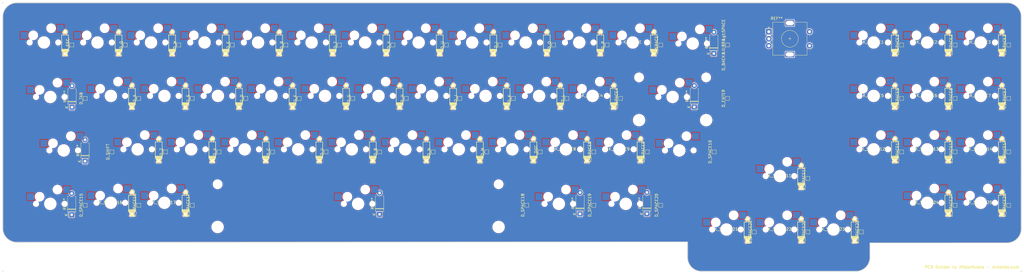
<source format=kicad_pcb>
(kicad_pcb (version 20221018) (generator pcbnew)
  (layers (0 "F.Cu" signal) (31 "B.Cu" signal) (34 "B.Paste" user) (35 "F.Paste" user) (36 "B.SilkS" user "B.Silkscreen") (37 "F.SilkS" user "F.Silkscreen") (38 "B.Mask" user) (39 "F.Mask" user) (44 "Edge.Cuts" user))
  (net 0 "")
  (net 1 "GND")
  (net 2 "VCC")
  (footprint "TestPoint:TestPoint_Pad_1.0x1.0mm" (layer "F.Cu") (at 167.87 238.12 90)
    (fp_text reference "D_SPACE16")
    (fp_text value "D")
  )
  (footprint "MX_Alps_Hybrid-master:hotswap with diode" (layer "F.Cu") (at 291.195 199.52)
    (fp_text reference "K_K")
    (fp_text value "KEYSW")
  )
  (footprint "Diode_THT:D_A-405_P7.62mm_Horizontal" (layer "F.Cu") (at 144.02 241.52 90)
    (fp_text reference "REF**")
    (fp_text value "D_A-405_P7.62mm_Horizontal")
  )
  (footprint "Diode_THT:D_A-405_P7.62mm_Horizontal" (layer "F.Cu") (at 148.78 222.41 90)
    (fp_text reference "REF**")
    (fp_text value "D_A-405_P7.62mm_Horizontal")
  )
  (footprint "TestPoint:TestPoint_Pad_1.0x1.0mm" (layer "F.Cu") (at 334.5575 180.97 90)
    (fp_text reference "D_P")
    (fp_text value "D")
  )
  (footprint "TestPoint:TestPoint_Pad_1.0x1.0mm" (layer "F.Cu") (at 386.945 247.645 90)
    (fp_text reference "D_SPACE21")
    (fp_text value "D")
  )
  (footprint "MX_Alps_Hybrid-master:hotswap with diode" (layer "F.Cu") (at 310.245 199.52)
    (fp_text reference "K_L")
    (fp_text value "KEYSW")
  )
  (footprint "TestPoint:TestPoint_Pad_1.0x1.0mm" (layer "F.Cu") (at 272.645 219.07 90)
    (fp_text reference "D_N")
    (fp_text value "D")
  )
  (footprint "TestPoint:TestPoint_Pad_1.0x1.0mm" (layer "F.Cu") (at 310.745 219.07 90)
    (fp_text reference "D_DOT")
    (fp_text value "D")
  )
  (footprint "TestPoint:TestPoint_Pad_1.0x1.0mm" (layer "F.Cu") (at 329.795 219.07 90)
    (fp_text reference "D_SPACE8")
    (fp_text value "D")
  )
  (footprint "MX_Alps_Hybrid-master:hotswap with diode" (layer "F.Cu") (at 448.3575 180.47)
    (fp_text reference "K_SPACE2")
    (fp_text value "KEYSW")
  )
  (footprint "TestPoint:TestPoint_Pad_1.0x1.0mm" (layer "F.Cu") (at 205.97 200.02 90)
    (fp_text reference "D_D")
    (fp_text value "D")
  )
  (footprint "TestPoint:TestPoint_Pad_1.0x1.0mm" (layer "F.Cu") (at 239.3075 180.97 90)
    (fp_text reference "D_T")
    (fp_text value "D")
  )
  (footprint "MX_Alps_Hybrid-master:hotswap with diode" (layer "F.Cu") (at 429.3075 218.57)
    (fp_text reference "K_SPACE12")
    (fp_text value "KEYSW")
  )
  (footprint "MX_Alps_Hybrid-master:hotswap with diode" (layer "F.Cu") (at 153.0825 180.47)
    (fp_text reference "K_Q")
    (fp_text value "KEYSW")
  )
  (footprint "MX_Alps_Hybrid-master:hotswap with diode" (layer "F.Cu") (at 172.1325 180.47)
    (fp_text reference "K_W")
    (fp_text value "KEYSW")
  )
  (footprint "Diode_THT:D_A-405_P7.62mm_Horizontal" (layer "F.Cu") (at 348.73 241.16 90)
    (fp_text reference "REF**")
    (fp_text value "D_A-405_P7.62mm_Horizontal")
  )
  (footprint "TestPoint:TestPoint_Pad_1.0x1.0mm" (layer "F.Cu") (at 372.6575 219.07 90)
    (fp_text reference "D_SPACE10")
    (fp_text value "D")
  )
  (footprint "MX_Alps_Hybrid-master:MXOnly-1.75U-Hotswap" (layer "F.Cu") (at 141.17625 218.57)
    (fp_text reference "K_SHIFT")
    (fp_text value "KEYSW")
  )
  (footprint "MX_Alps_Hybrid-master:hotswap with diode" (layer "F.Cu") (at 157.845 237.62)
    (fp_text reference "K_SPACE16")
    (fp_text value "KEYSW")
  )
  (footprint "MX_Alps_Hybrid-master:hotswap with diode" (layer "F.Cu") (at 176.895 199.52)
    (fp_text reference "K_S")
    (fp_text value "KEYSW")
  )
  (footprint "TestPoint:TestPoint_Pad_1.0x1.0mm" (layer "F.Cu") (at 458.3825 219.07 90)
    (fp_text reference "D_SPACE13")
    (fp_text value "D")
  )
  (footprint "MX_Alps_Hybrid-master:hotswap with diode" (layer "F.Cu") (at 467.4075 237.62)
    (fp_text reference "K_SPACE25")
    (fp_text value "KEYSW")
  )
  (footprint "MX_Alps_Hybrid-master:hotswap with diode" (layer "F.Cu") (at 467.4075 199.52)
    (fp_text reference "K_SPACE7")
    (fp_text value "KEYSW")
  )
  (footprint "TestPoint:TestPoint_Pad_1.0x1.0mm" (layer "F.Cu") (at 282.17 200.02 90)
    (fp_text reference "D_J")
    (fp_text value "D")
  )
  (footprint "MX_Alps_Hybrid-master:MXOnly-1.25U-Hotswap" (layer "F.Cu") (at 365.01375 180.47)
    (fp_text reference "K_BACK&lt;BR&gt;SPACE")
    (fp_text value "KEYSW")
  )
  (footprint "MX_Alps_Hybrid-master:hotswap with diode" (layer "F.Cu") (at 229.2825 180.47)
    (fp_text reference "K_T")
    (fp_text value "KEYSW")
  )
  (footprint "TestPoint:TestPoint_Pad_1.0x1.0mm" (layer "F.Cu") (at 234.545 219.07 90)
    (fp_text reference "D_V")
    (fp_text value "D")
  )
  (footprint "TestPoint:TestPoint_Pad_1.0x1.0mm" (layer "F.Cu") (at 215.495 219.07 90)
    (fp_text reference "D_C")
    (fp_text value "D")
  )
  (footprint "MX_Alps_Hybrid-master:hotswap with diode" (layer "F.Cu") (at 415.02 247.145)
    (fp_text reference "K_SPACE23")
    (fp_text value "KEYSW")
  )
  (footprint "TestPoint:TestPoint_Pad_1.0x1.0mm" (layer "F.Cu") (at 258.3575 180.97 90)
    (fp_text reference "D_Y")
    (fp_text value "D")
  )
  (footprint "TestPoint:TestPoint_Pad_1.0x1.0mm" (layer "F.Cu") (at 225.02 200.02 90)
    (fp_text reference "D_F")
    (fp_text value "D")
  )
  (footprint "TestPoint:TestPoint_Pad_1.0x1.0mm" (layer "F.Cu") (at 220.2575 180.97 90)
    (fp_text reference "D_R")
    (fp_text value "D")
  )
  (footprint "TestPoint:TestPoint_Pad_1.0x1.0mm" (layer "F.Cu") (at 377.42 200.02 90)
    (fp_text reference "D_ENTER")
    (fp_text value "D")
  )
  (footprint "TestPoint:TestPoint_Pad_1.0x1.0mm" (layer "F.Cu") (at 177.395 219.07 90)
    (fp_text reference "D_Z")
    (fp_text value "D")
  )
  (footprint "MX_Alps_Hybrid-master:hotswap with diode" (layer "F.Cu") (at 176.895 237.62)
    (fp_text reference "K_SPACE17")
    (fp_text value "KEYSW")
  )
  (footprint "MX_Alps_Hybrid-master:hotswap with diode" (layer "F.Cu") (at 343.5825 180.47)
    (fp_text reference "K_SPACE")
    (fp_text value "KEYSW")
  )
  (footprint "TestPoint:TestPoint_Pad_1.0x1.0mm" (layer "F.Cu") (at 477.4325 200.02 90)
    (fp_text reference "D_SPACE7")
    (fp_text value "D")
  )
  (footprint "TestPoint:TestPoint_Pad_1.0x1.0mm" (layer "F.Cu") (at 158.345 219.07 90)
    (fp_text reference "D_SHIFT")
    (fp_text value "D")
  )
  (footprint "MX_Alps_Hybrid-master:hotswap with diode" (layer "F.Cu") (at 262.62 218.57)
    (fp_text reference "K_N")
    (fp_text value "KEYSW")
  )
  (footprint "MX_Alps_Hybrid-master:MXOnly-1.25U-Hotswap" (layer "F.Cu") (at 360.25125 218.57)
    (fp_text reference "K_SPACE10")
    (fp_text value "KEYSW")
  )
  (footprint "MX_Alps_Hybrid-master:hotswap with diode" (layer "F.Cu") (at 286.4325 180.47)
    (fp_text reference "K_I")
    (fp_text value "KEYSW")
  )
  (footprint "TestPoint:TestPoint_Pad_1.0x1.0mm" (layer "F.Cu") (at 315.5075 180.97 90)
    (fp_text reference "D_O")
    (fp_text value "D")
  )
  (footprint "MX_Alps_Hybrid-master:MXOnly-1.25U-Hotswap" (layer "F.Cu") (at 136.41375 199.52)
    (fp_text reference "K_TAB")
    (fp_text value "KEYSW")
  )
  (footprint "TestPoint:TestPoint_Pad_1.0x1.0mm" (layer "F.Cu") (at 163.1075 180.97 90)
    (fp_text reference "D_Q")
    (fp_text value "D")
  )
  (footprint "MX_Alps_Hybrid-master:hotswap with diode" (layer "F.Cu") (at 329.295 199.52)
    (fp_text reference "K_SPACE4")
    (fp_text value "KEYSW")
  )
  (footprint "TestPoint:TestPoint_Pad_1.0x1.0mm" (layer "F.Cu") (at 253.595 219.07 90)
    (fp_text reference "D_B")
    (fp_text value "D")
  )
  (footprint "MX_Alps_Hybrid-master:hotswap with diode" (layer "F.Cu") (at 395.97 228.095)
    (fp_text reference "K_SPACE11")
    (fp_text value "KEYSW")
  )
  (footprint "MX_Alps_Hybrid-master:MXOnly-6.25U-Hotswap" (layer "F.Cu") (at 245.95125 237.62)
    (fp_text reference "K_SPACE18")
    (fp_text value "KEYSW")
  )
  (footprint "TestPoint:TestPoint_Pad_1.0x1.0mm" (layer "F.Cu") (at 477.4325 219.07 90)
    (fp_text reference "D_SPACE14")
    (fp_text value "D")
  )
  (footprint "MX_Alps_Hybrid-master:hotswap with diode" (layer "F.Cu") (at 338.82 218.57)
    (fp_text reference "K_SPACE9")
    (fp_text value "KEYSW")
  )
  (footprint "MX_Alps_Hybrid-master:hotswap with diode" (layer "F.Cu") (at 214.995 199.52)
    (fp_text reference "K_F")
    (fp_text value "KEYSW")
  )
  (footprint "MX_Alps_Hybrid-master:MXOnly-2U-Hotswap" (layer "F.Cu") (at 357.87 199.52)
    (fp_text reference "K_ENTER")
    (fp_text value "KEYSW")
  )
  (footprint "Diode_THT:D_A-405_P7.62mm_Horizontal" (layer "F.Cu") (at 324.93 241.2 90)
    (fp_text reference "REF**")
    (fp_text value "D_A-405_P7.62mm_Horizontal")
  )
  (footprint "TestPoint:TestPoint_Pad_1.0x1.0mm" (layer "F.Cu") (at 320.27 200.02 90)
    (fp_text reference "D_L")
    (fp_text value "D")
  )
  (footprint "MX_Alps_Hybrid-master:hotswap with diode" (layer "F.Cu") (at 429.3075 180.47)
    (fp_text reference "K_SPACE1")
    (fp_text value "KEYSW")
  )
  (footprint "MX_Alps_Hybrid-master:hotswap with diode" (layer "F.Cu") (at 448.3575 218.57)
    (fp_text reference "K_SPACE13")
    (fp_text value "KEYSW")
  )
  (footprint "MX_Alps_Hybrid-master:hotswap with diode" (layer "F.Cu") (at 300.72 218.57)
    (fp_text reference "K_DOT")
    (fp_text value "KEYSW")
  )
  (footprint "TestPoint:TestPoint_Pad_1.0x1.0mm" (layer "F.Cu") (at 477.4325 238.12 90)
    (fp_text reference "D_SPACE25")
    (fp_text value "D")
  )
  (footprint "MX_Alps_Hybrid-master:hotswap with diode" (layer "F.Cu") (at 272.145 199.52)
    (fp_text reference "K_J")
    (fp_text value "KEYSW")
  )
  (footprint "MX_Alps_Hybrid-master:hotswap with diode" (layer "F.Cu") (at 186.42 218.57)
    (fp_text reference "K_X")
    (fp_text value "KEYSW")
  )
  (footprint "MX_Alps_Hybrid-master:hotswap with diode" (layer "F.Cu") (at 224.52 218.57)
    (fp_text reference "K_V")
    (fp_text value "KEYSW")
  )
  (footprint "Rotary_Encoder:RotaryEncoder_Alps_EC11E-Switch_Vertical_H20mm" (layer "F.Cu") (at 392.1 176.25)
    (fp_text reference "REF**")
    (fp_text value "RotaryEncoder_Alps_EC11E-Switch_Vertical_H20mm")
  )
  (footprint "MX_Alps_Hybrid-master:hotswap with diode" (layer "F.Cu") (at 210.2325 180.47)
    (fp_text reference "K_R")
    (fp_text value "KEYSW")
  )
  (footprint "Diode_THT:D_A-405_P7.62mm_Horizontal" (layer "F.Cu") (at 144.14 203.15 90)
    (fp_text reference "REF**")
    (fp_text value "D_A-405_P7.62mm_Horizontal")
  )
  (footprint "TestPoint:TestPoint_Pad_1.0x1.0mm" (layer "F.Cu") (at 458.3825 238.12 90)
    (fp_text reference "D_SPACE24")
    (fp_text value "D")
  )
  (footprint "MX_Alps_Hybrid-master:hotswap with diode" (layer "F.Cu") (at 248.3325 180.47)
    (fp_text reference "K_Y")
    (fp_text value "KEYSW")
  )
  (footprint "TestPoint:TestPoint_Pad_1.0x1.0mm" (layer "F.Cu") (at 196.445 219.07 90)
    (fp_text reference "D_X")
    (fp_text value "D")
  )
  (footprint "TestPoint:TestPoint_Pad_1.0x1.0mm" (layer "F.Cu") (at 329.795 238.12 90)
    (fp_text reference "D_SPACE19")
    (fp_text value "D")
  )
  (footprint "Diode_THT:D_A-405_P7.62mm_Horizontal" (layer "F.Cu") (at 365.58 203.07 90)
    (fp_text reference "REF**")
    (fp_text value "D_A-405_P7.62mm_Horizontal")
  )
  (footprint "MX_Alps_Hybrid-master:MXOnly-1.25U-Hotswap" (layer "F.Cu") (at 317.38875 237.62)
    (fp_text reference "K_SPACE19")
    (fp_text value "KEYSW")
  )
  (footprint "TestPoint:TestPoint_Pad_1.0x1.0mm" (layer "F.Cu") (at 148.82 200.02 90)
    (fp_text reference "D_TAB")
    (fp_text value "D")
  )
  (footprint "TestPoint:TestPoint_Pad_1.0x1.0mm" (layer "F.Cu") (at 144.0575 180.97 90)
    (fp_text reference "D_ESC")
    (fp_text value "D")
  )
  (footprint "MX_Alps_Hybrid-master:hotswap with diode" (layer "F.Cu") (at 448.3575 199.52)
    (fp_text reference "K_SPACE6")
    (fp_text value "KEYSW")
  )
  (footprint "MX_Alps_Hybrid-master:hotswap with diode" (layer "F.Cu") (at 305.4825 180.47)
    (fp_text reference "K_O")
    (fp_text value "KEYSW")
  )
  (footprint "TestPoint:TestPoint_Pad_1.0x1.0mm" (layer "F.Cu") (at 439.3325 200.02 90)
    (fp_text reference "D_SPACE5")
    (fp_text value "D")
  )
  (footprint "TestPoint:TestPoint_Pad_1.0x1.0mm" (layer "F.Cu") (at 301.22 200.02 90)
    (fp_text reference "D_K")
    (fp_text value "D")
  )
  (footprint "MX_Alps_Hybrid-master:hotswap with diode" (layer "F.Cu") (at 324.5325 180.47)
    (fp_text reference "K_P")
    (fp_text value "KEYSW")
  )
  (footprint "MX_Alps_Hybrid-master:hotswap with diode" (layer "F.Cu") (at 467.4075 218.57)
    (fp_text reference "K_SPACE14")
    (fp_text value "KEYSW")
  )
  (footprint "TestPoint:TestPoint_Pad_1.0x1.0mm" (layer "F.Cu") (at 477.4325 180.97 90)
    (fp_text reference "D_SPACE3")
    (fp_text value "D")
  )
  (footprint "MX_Alps_Hybrid-master:hotswap with diode" (layer "F.Cu") (at 395.97 247.145)
    (fp_text reference "K_SPACE22")
    (fp_text value "KEYSW")
  )
  (footprint "TestPoint:TestPoint_Pad_1.0x1.0mm" (layer "F.Cu") (at 405.995 247.645 90)
    (fp_text reference "D_SPACE22")
    (fp_text value "D")
  )
  (footprint "TestPoint:TestPoint_Pad_1.0x1.0mm" (layer "F.Cu") (at 439.3325 180.97 90)
    (fp_text reference "D_SPACE1")
    (fp_text value "D")
  )
  (footprint "MX_Alps_Hybrid-master:hotswap with diode" (layer "F.Cu") (at 376.92 247.145)
    (fp_text reference "K_SPACE21")
    (fp_text value "KEYSW")
  )
  (footprint "TestPoint:TestPoint_Pad_1.0x1.0mm" (layer "F.Cu") (at 148.82 238.12 90)
    (fp_text reference "D_SPACE15")
    (fp_text value "D")
  )
  (footprint "TestPoint:TestPoint_Pad_1.0x1.0mm" (layer "F.Cu") (at 339.32 200.02 90)
    (fp_text reference "D_SPACE4")
    (fp_text value "D")
  )
  (footprint "TestPoint:TestPoint_Pad_1.0x1.0mm" (layer "F.Cu") (at 263.12 200.02 90)
    (fp_text reference "D_H")
    (fp_text value "D")
  )
  (footprint "TestPoint:TestPoint_Pad_1.0x1.0mm" (layer "F.Cu") (at 425.045 247.645 90)
    (fp_text reference "D_SPACE23")
    (fp_text value "D")
  )
  (footprint "MX_Alps_Hybrid-master:hotswap with diode" (layer "F.Cu") (at 319.77 218.57)
    (fp_text reference "K_SPACE8")
    (fp_text value "KEYSW")
  )
  (footprint "MX_Alps_Hybrid-master:hotswap with diode" (layer "F.Cu") (at 467.4075 180.47)
    (fp_text reference "K_SPACE3")
    (fp_text value "KEYSW")
  )
  (footprint "TestPoint:TestPoint_Pad_1.0x1.0mm" (layer "F.Cu") (at 439.3325 219.07 90)
    (fp_text reference "D_SPACE12")
    (fp_text value "D")
  )
  (footprint "TestPoint:TestPoint_Pad_1.0x1.0mm" (layer "F.Cu") (at 353.6075 238.12 90)
    (fp_text reference "D_SPACE20")
    (fp_text value "D")
  )
  (footprint "MX_Alps_Hybrid-master:hotswap with diode" (layer "F.Cu") (at 234.045 199.52)
    (fp_text reference "K_G")
    (fp_text value "KEYSW")
  )
  (footprint "TestPoint:TestPoint_Pad_1.0x1.0mm" (layer "F.Cu") (at 377.42 180.97 90)
    (fp_text reference "D_BACK&lt;BR&gt;SPACE")
    (fp_text value "D")
  )
  (footprint "MX_Alps_Hybrid-master:hotswap with diode" (layer "F.Cu") (at 243.57 218.57)
    (fp_text reference "K_B")
    (fp_text value "KEYSW")
  )
  (footprint "MX_Alps_Hybrid-master:hotswap with diode" (layer "F.Cu") (at 167.37 218.57)
    (fp_text reference "K_Z")
    (fp_text value "KEYSW")
  )
  (footprint "TestPoint:TestPoint_Pad_1.0x1.0mm" (layer "F.Cu") (at 201.2075 180.97 90)
    (fp_text reference "D_E")
    (fp_text value "D")
  )
  (footprint "MX_Alps_Hybrid-master:hotswap with diode" (layer "F.Cu") (at 191.1825 180.47)
    (fp_text reference "K_E")
    (fp_text value "KEYSW")
  )
  (footprint "TestPoint:TestPoint_Pad_1.0x1.0mm" (layer "F.Cu") (at 277.4075 180.97 90)
    (fp_text reference "D_U")
    (fp_text value "D")
  )
  (footprint "MX_Alps_Hybrid-master:hotswap with diode" (layer "F.Cu") (at 205.47 218.57)
    (fp_text reference "K_C")
    (fp_text value "KEYSW")
  )
  (footprint "MX_Alps_Hybrid-master:hotswap with diode" (layer "F.Cu") (at 253.095 199.52)
    (fp_text reference "K_H")
    (fp_text value "KEYSW")
  )
  (footprint "MX_Alps_Hybrid-master:hotswap with diode" (layer "F.Cu") (at 134.0325 180.47)
    (fp_text reference "K_ESC")
    (fp_text value "KEYSW")
  )
  (footprint "MX_Alps_Hybrid-master:hotswap with diode" (layer "F.Cu") (at 429.3075 199.52)
    (fp_text reference "K_SPACE5")
    (fp_text value "KEYSW")
  )
  (footprint "TestPoint:TestPoint_Pad_1.0x1.0mm" (layer "F.Cu") (at 458.3825 180.97 90)
    (fp_text reference "D_SPACE2")
    (fp_text value "D")
  )
  (footprint "MX_Alps_Hybrid-master:hotswap with diode" (layer "F.Cu") (at 281.67 218.57)
    (fp_text reference "K_M")
    (fp_text value "KEYSW")
  )
  (footprint "MX_Alps_Hybrid-master:MXOnly-1.25U-Hotswap" (layer "F.Cu") (at 341.20125 237.62)
    (fp_text reference "K_SPACE20")
    (fp_text value "KEYSW")
  )
  (footprint "TestPoint:TestPoint_Pad_1.0x1.0mm" (layer "F.Cu") (at 186.92 200.02 90)
    (fp_text reference "D_S")
    (fp_text value "D")
  )
  (footprint "Diode_THT:D_A-405_P7.62mm_Horizontal" (layer "F.Cu") (at 253.59 241.34 90)
    (fp_text reference "REF**")
    (fp_text value "D_A-405_P7.62mm_Horizontal")
  )
  (footprint "MX_Alps_Hybrid-master:hotswap with diode" (layer "F.Cu") (at 157.845 199.52)
    (fp_text reference "K_A")
    (fp_text value "KEYSW")
  )
  (footprint "TestPoint:TestPoint_Pad_1.0x1.0mm" (layer "F.Cu") (at 296.4575 180.97 90)
    (fp_text reference "D_I")
    (fp_text value "D")
  )
  (footprint "MX_Alps_Hybrid-master:hotswap with diode" (layer "F.Cu") (at 195.945 199.52)
    (fp_text reference "K_D")
    (fp_text value "KEYSW")
  )
  (footprint "TestPoint:TestPoint_Pad_1.0x1.0mm" (layer "F.Cu") (at 291.695 219.07 90)
    (fp_text reference "D_M")
    (fp_text value "D")
  )
  (footprint "TestPoint:TestPoint_Pad_1.0x1.0mm" (layer "F.Cu") (at 167.87 200.02 90)
    (fp_text reference "D_A")
    (fp_text value "D")
  )
  (footprint "TestPoint:TestPoint_Pad_1.0x1.0mm" (layer "F.Cu") (at 244.07 200.02 90)
    (fp_text reference "D_G")
    (fp_text value "D")
  )
  (footprint "TestPoint:TestPoint_Pad_1.0x1.0mm" (layer "F.Cu") (at 186.92 238.12 90)
    (fp_text reference "D_SPACE17")
    (fp_text value "D")
  )
  (footprint "TestPoint:TestPoint_Pad_1.0x1.0mm" (layer "F.Cu") (at 348.845 219.07 90)
    (fp_text reference "D_SPACE9")
    (fp_text value "D")
  )
  (footprint "MX_Alps_Hybrid-master:MXOnly-1.25U-Hotswap" (layer "F.Cu") (at 136.41375 237.62)
    (fp_text reference "K_SPACE15")
    (fp_text value "KEYSW")
  )
  (footprint "MX_Alps_Hybrid-master:hotswap with diode" (layer "F.Cu") (at 267.3825 180.47)
    (fp_text reference "K_U")
    (fp_text value "KEYSW")
  )
  (footprint "TestPoint:TestPoint_Pad_1.0x1.0mm" (layer "F.Cu") (at 405.995 228.595 90)
    (fp_text reference "D_SPACE11")
    (fp_text value "D")
  )
  (footprint "TestPoint:TestPoint_Pad_1.0x1.0mm" (layer "F.Cu") (at 353.6075 180.97 90)
    (fp_text reference "D_SPACE")
    (fp_text value "D")
  )
  (footprint "Diode_THT:D_A-405_P7.62mm_Horizontal" (layer "F.Cu") (at 372.54 184.03 90)
    (fp_text reference "REF**")
    (fp_text value "D_A-405_P7.62mm_Horizontal")
  )
  (footprint "TestPoint:TestPoint_Pad_1.0x1.0mm" (layer "F.Cu") (at 182.1575 180.97 90)
    (fp_text reference "D_W")
    (fp_text value "D")
  )
  (footprint "TestPoint:TestPoint_Pad_1.0x1.0mm" (layer "F.Cu") (at 458.3825 200.02 90)
    (fp_text reference "D_SPACE6")
    (fp_text value "D")
  )
  (footprint "MX_Alps_Hybrid-master:hotswap with diode" (layer "F.Cu") (at 448.3575 237.62)
    (fp_text reference "K_SPACE24")
    (fp_text value "KEYSW")
  )
  (footprint "TestPoint:TestPoint_Pad_1.0x1.0mm" (layer "F.Cu") (at 305.9825 238.12 90)
    (fp_text reference "D_SPACE18")
    (fp_text value "D")
  )
  (gr_arc (start 481.939562 246.500491) (mid 480.475579 250.03598) (end 476.940491 251.500928) (stroke (width 0.2)) (layer "Edge.Cuts"))
  (gr_line (start 119.50044 246.316482) (end 119.507061 170.944561) (stroke (width 0.2)) (layer "Edge.Cuts"))
  (gr_arc (start 124.503518 251.31692) (mid 120.965806 249.853403) (end 119.50044 246.316482) (stroke (width 0.2)) (layer "Edge.Cuts"))
  (gr_arc (start 428.095075 256.66585) (mid 426.632632 260.204303) (end 423.095847 261.670771) (stroke (width 0.2)) (layer "Edge.Cuts"))
  (gr_line (start 428.095075 256.66585) (end 428.09 251.51) (stroke (width 0.2)) (layer "Edge.Cuts"))
  (gr_arc (start 119.5075 165.945) (mid 119.5075 165.945) (end 119.5075 165.945) (stroke (width 0.2)) (layer "Edge.Cuts"))
  (gr_arc (start 119.5075 261.67) (mid 119.5075 261.67) (end 119.5075 261.67) (stroke (width 0.2)) (layer "Edge.Cuts"))
  (gr_arc (start 476.932938 165.945) (mid 480.468292 167.409325) (end 481.932938 170.944562) (stroke (width 0.2)) (layer "Edge.Cuts"))
  (gr_line (start 481.932938 170.944562) (end 481.939562 246.500491) (stroke (width 0.2)) (layer "Edge.Cuts"))
  (gr_line (start 124.507061 165.945) (end 476.932938 165.945) (stroke (width 0.2)) (layer "Edge.Cuts"))
  (gr_line (start 423.095847 261.670771) (end 368.19077 261.67923) (stroke (width 0.2)) (layer "Edge.Cuts"))
  (gr_arc (start 119.507061 170.944561) (mid 120.971682 167.409311) (end 124.507061 165.945) (stroke (width 0.2)) (layer "Edge.Cuts"))
  (gr_line (start 124.503518 251.31692) (end 363.19 251.17) (stroke (width 0.2)) (layer "Edge.Cuts"))
  (gr_line (start 363.19 251.17) (end 363.19 256.67923) (stroke (width 0.2)) (layer "Edge.Cuts"))
  (gr_arc (start 481.9325 261.67) (mid 481.9325 261.67) (end 481.9325 261.67) (stroke (width 0.2)) (layer "Edge.Cuts"))
  (gr_arc (start 368.19077 261.67923) (mid 364.654738 260.215036) (end 363.19 256.67923) (stroke (width 0.2)) (layer "Edge.Cuts"))
  (gr_line (start 428.09 251.51) (end 476.940491 251.500928) (stroke (width 0.2)) (layer "Edge.Cuts"))
  (gr_text "PCB Builder by MisterKeebs - mrkeebs.com" (at 481.4325 260.17) (layer "F.SilkS") (effects (font (size 1 1) (thickness 0.3)) (justify right)))
  (segment (start 141.6525 184.12) (end 388.23 184.12) (width 0.25) (layer "F.Cu") (net 0))
  (segment (start 165.465 241.27) (end 144.27 241.27) (width 0.25) (layer "F.Cu") (net 0))
  (segment (start 475.0275 241.27) (end 455.9775 241.27) (width 0.25) (layer "F.Cu") (net 0))
  (segment (start 425.835 250.795) (end 435.36 241.27) (width 0.25) (layer "F.Cu") (net 0))
  (segment (start 475.0275 203.17) (end 144.1 203.17) (width 0.25) (layer "F.Cu") (net 0))
  (segment (start 384.54 250.795) (end 362.395 250.795) (width 0.25) (layer "F.Cu") (net 0))
  (segment (start 148.97 222.22) (end 148.78 222.41) (width 0.25) (layer "F.Cu") (net 0))
  (segment (start 403.59 231.745) (end 413.585 231.745) (width 0.25) (layer "F.Cu") (net 0))
  (segment (start 435.36 241.27) (end 455.9775 241.27) (width 0.25) (layer "F.Cu") (net 0))
  (segment (start 400.41 188.12) (end 404.41 184.12) (width 0.25) (layer "F.Cu") (net 0))
  (segment (start 144.27 241.27) (end 144.02 241.52) (width 0.25) (layer "F.Cu") (net 0))
  (segment (start 423.11 222.22) (end 436.9275 222.22) (width 0.25) (layer "F.Cu") (net 0))
  (segment (start 422.64 250.795) (end 384.54 250.795) (width 0.25) (layer "F.Cu") (net 0))
  (segment (start 388.23 184.12) (end 392.23 188.12) (width 0.25) (layer "F.Cu") (net 0))
  (segment (start 422.64 250.795) (end 425.835 250.795) (width 0.25) (layer "F.Cu") (net 0))
  (segment (start 392.23 188.12) (end 400.41 188.12) (width 0.25) (layer "F.Cu") (net 0))
  (segment (start 436.9275 222.22) (end 475.0275 222.22) (width 0.25) (layer "F.Cu") (net 0))
  (segment (start 404.41 184.12) (end 436.9275 184.12) (width 0.25) (layer "F.Cu") (net 0))
  (segment (start 362.395 250.795) (end 352.87 241.27) (width 0.25) (layer "F.Cu") (net 0))
  (segment (start 174.99 222.22) (end 375.97 222.22) (width 0.25) (layer "F.Cu") (net 0))
  (segment (start 174.99 222.22) (end 148.97 222.22) (width 0.25) (layer "F.Cu") (net 0))
  (segment (start 375.97 222.22) (end 385.495 231.745) (width 0.25) (layer "F.Cu") (net 0))
  (segment (start 385.495 231.745) (end 403.59 231.745) (width 0.25) (layer "F.Cu") (net 0))
  (segment (start 144.1 203.17) (end 143.98 203.05) (width 0.25) (layer "F.Cu") (net 0))
  (segment (start 413.585 231.745) (end 423.11 222.22) (width 0.25) (layer "F.Cu") (net 0))
  (segment (start 436.9275 184.12) (end 475.0275 184.12) (width 0.25) (layer "F.Cu") (net 0))
  (segment (start 352.87 241.27) (end 165.465 241.27) (width 0.25) (layer "F.Cu") (net 0))
  (zone (net 2) (net_name "VCC") (layer "F.Cu") (connect_pads yes (clearance 0.25)) (min_thickness 0.254) (fill yes (thermal_gap 0.508) (thermal_bridge_width 0.508))
    (polygon (pts (xy 118.5075 164.945) (xy 118.5075 262.67) (xy 482.9325 262.67) (xy 482.9325 164.945)))
  )
  (zone (net 1) (net_name "GND") (layer "B.Cu") (connect_pads yes (clearance 0.25)) (min_thickness 0.254) (fill yes (thermal_gap 0.508) (thermal_bridge_width 0.508))
    (polygon (pts (xy 118.5075 164.945) (xy 118.5075 262.67) (xy 482.9325 262.67) (xy 482.9325 164.945)))
  )
)
</source>
